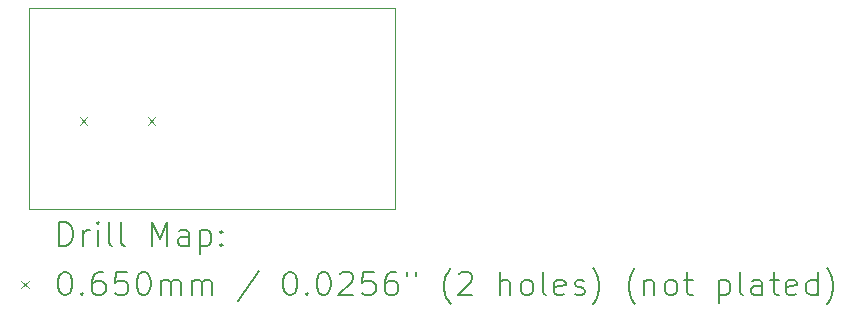
<source format=gbr>
%TF.GenerationSoftware,KiCad,Pcbnew,8.0.4-8.0.4-0~ubuntu22.04.1*%
%TF.CreationDate,2024-09-03T23:48:02+02:00*%
%TF.ProjectId,Powermeter,506f7765-726d-4657-9465-722e6b696361,rev?*%
%TF.SameCoordinates,Original*%
%TF.FileFunction,Drillmap*%
%TF.FilePolarity,Positive*%
%FSLAX45Y45*%
G04 Gerber Fmt 4.5, Leading zero omitted, Abs format (unit mm)*
G04 Created by KiCad (PCBNEW 8.0.4-8.0.4-0~ubuntu22.04.1) date 2024-09-03 23:48:02*
%MOMM*%
%LPD*%
G01*
G04 APERTURE LIST*
%ADD10C,0.050000*%
%ADD11C,0.200000*%
%ADD12C,0.100000*%
G04 APERTURE END LIST*
D10*
X4950000Y-4500000D02*
X8050000Y-4500000D01*
X8050000Y-6200000D01*
X4950000Y-6200000D01*
X4950000Y-4500000D01*
D11*
D12*
X5378500Y-5427500D02*
X5443500Y-5492500D01*
X5443500Y-5427500D02*
X5378500Y-5492500D01*
X5956500Y-5427500D02*
X6021500Y-5492500D01*
X6021500Y-5427500D02*
X5956500Y-5492500D01*
D11*
X5208277Y-6513984D02*
X5208277Y-6313984D01*
X5208277Y-6313984D02*
X5255896Y-6313984D01*
X5255896Y-6313984D02*
X5284467Y-6323508D01*
X5284467Y-6323508D02*
X5303515Y-6342555D01*
X5303515Y-6342555D02*
X5313039Y-6361603D01*
X5313039Y-6361603D02*
X5322563Y-6399698D01*
X5322563Y-6399698D02*
X5322563Y-6428269D01*
X5322563Y-6428269D02*
X5313039Y-6466365D01*
X5313039Y-6466365D02*
X5303515Y-6485412D01*
X5303515Y-6485412D02*
X5284467Y-6504460D01*
X5284467Y-6504460D02*
X5255896Y-6513984D01*
X5255896Y-6513984D02*
X5208277Y-6513984D01*
X5408277Y-6513984D02*
X5408277Y-6380650D01*
X5408277Y-6418746D02*
X5417801Y-6399698D01*
X5417801Y-6399698D02*
X5427324Y-6390174D01*
X5427324Y-6390174D02*
X5446372Y-6380650D01*
X5446372Y-6380650D02*
X5465420Y-6380650D01*
X5532086Y-6513984D02*
X5532086Y-6380650D01*
X5532086Y-6313984D02*
X5522563Y-6323508D01*
X5522563Y-6323508D02*
X5532086Y-6333031D01*
X5532086Y-6333031D02*
X5541610Y-6323508D01*
X5541610Y-6323508D02*
X5532086Y-6313984D01*
X5532086Y-6313984D02*
X5532086Y-6333031D01*
X5655896Y-6513984D02*
X5636848Y-6504460D01*
X5636848Y-6504460D02*
X5627324Y-6485412D01*
X5627324Y-6485412D02*
X5627324Y-6313984D01*
X5760658Y-6513984D02*
X5741610Y-6504460D01*
X5741610Y-6504460D02*
X5732086Y-6485412D01*
X5732086Y-6485412D02*
X5732086Y-6313984D01*
X5989229Y-6513984D02*
X5989229Y-6313984D01*
X5989229Y-6313984D02*
X6055896Y-6456841D01*
X6055896Y-6456841D02*
X6122562Y-6313984D01*
X6122562Y-6313984D02*
X6122562Y-6513984D01*
X6303515Y-6513984D02*
X6303515Y-6409222D01*
X6303515Y-6409222D02*
X6293991Y-6390174D01*
X6293991Y-6390174D02*
X6274943Y-6380650D01*
X6274943Y-6380650D02*
X6236848Y-6380650D01*
X6236848Y-6380650D02*
X6217801Y-6390174D01*
X6303515Y-6504460D02*
X6284467Y-6513984D01*
X6284467Y-6513984D02*
X6236848Y-6513984D01*
X6236848Y-6513984D02*
X6217801Y-6504460D01*
X6217801Y-6504460D02*
X6208277Y-6485412D01*
X6208277Y-6485412D02*
X6208277Y-6466365D01*
X6208277Y-6466365D02*
X6217801Y-6447317D01*
X6217801Y-6447317D02*
X6236848Y-6437793D01*
X6236848Y-6437793D02*
X6284467Y-6437793D01*
X6284467Y-6437793D02*
X6303515Y-6428269D01*
X6398753Y-6380650D02*
X6398753Y-6580650D01*
X6398753Y-6390174D02*
X6417801Y-6380650D01*
X6417801Y-6380650D02*
X6455896Y-6380650D01*
X6455896Y-6380650D02*
X6474943Y-6390174D01*
X6474943Y-6390174D02*
X6484467Y-6399698D01*
X6484467Y-6399698D02*
X6493991Y-6418746D01*
X6493991Y-6418746D02*
X6493991Y-6475888D01*
X6493991Y-6475888D02*
X6484467Y-6494936D01*
X6484467Y-6494936D02*
X6474943Y-6504460D01*
X6474943Y-6504460D02*
X6455896Y-6513984D01*
X6455896Y-6513984D02*
X6417801Y-6513984D01*
X6417801Y-6513984D02*
X6398753Y-6504460D01*
X6579705Y-6494936D02*
X6589229Y-6504460D01*
X6589229Y-6504460D02*
X6579705Y-6513984D01*
X6579705Y-6513984D02*
X6570182Y-6504460D01*
X6570182Y-6504460D02*
X6579705Y-6494936D01*
X6579705Y-6494936D02*
X6579705Y-6513984D01*
X6579705Y-6390174D02*
X6589229Y-6399698D01*
X6589229Y-6399698D02*
X6579705Y-6409222D01*
X6579705Y-6409222D02*
X6570182Y-6399698D01*
X6570182Y-6399698D02*
X6579705Y-6390174D01*
X6579705Y-6390174D02*
X6579705Y-6409222D01*
D12*
X4882500Y-6810000D02*
X4947500Y-6875000D01*
X4947500Y-6810000D02*
X4882500Y-6875000D01*
D11*
X5246372Y-6733984D02*
X5265420Y-6733984D01*
X5265420Y-6733984D02*
X5284467Y-6743508D01*
X5284467Y-6743508D02*
X5293991Y-6753031D01*
X5293991Y-6753031D02*
X5303515Y-6772079D01*
X5303515Y-6772079D02*
X5313039Y-6810174D01*
X5313039Y-6810174D02*
X5313039Y-6857793D01*
X5313039Y-6857793D02*
X5303515Y-6895888D01*
X5303515Y-6895888D02*
X5293991Y-6914936D01*
X5293991Y-6914936D02*
X5284467Y-6924460D01*
X5284467Y-6924460D02*
X5265420Y-6933984D01*
X5265420Y-6933984D02*
X5246372Y-6933984D01*
X5246372Y-6933984D02*
X5227324Y-6924460D01*
X5227324Y-6924460D02*
X5217801Y-6914936D01*
X5217801Y-6914936D02*
X5208277Y-6895888D01*
X5208277Y-6895888D02*
X5198753Y-6857793D01*
X5198753Y-6857793D02*
X5198753Y-6810174D01*
X5198753Y-6810174D02*
X5208277Y-6772079D01*
X5208277Y-6772079D02*
X5217801Y-6753031D01*
X5217801Y-6753031D02*
X5227324Y-6743508D01*
X5227324Y-6743508D02*
X5246372Y-6733984D01*
X5398753Y-6914936D02*
X5408277Y-6924460D01*
X5408277Y-6924460D02*
X5398753Y-6933984D01*
X5398753Y-6933984D02*
X5389229Y-6924460D01*
X5389229Y-6924460D02*
X5398753Y-6914936D01*
X5398753Y-6914936D02*
X5398753Y-6933984D01*
X5579705Y-6733984D02*
X5541610Y-6733984D01*
X5541610Y-6733984D02*
X5522563Y-6743508D01*
X5522563Y-6743508D02*
X5513039Y-6753031D01*
X5513039Y-6753031D02*
X5493991Y-6781603D01*
X5493991Y-6781603D02*
X5484467Y-6819698D01*
X5484467Y-6819698D02*
X5484467Y-6895888D01*
X5484467Y-6895888D02*
X5493991Y-6914936D01*
X5493991Y-6914936D02*
X5503515Y-6924460D01*
X5503515Y-6924460D02*
X5522563Y-6933984D01*
X5522563Y-6933984D02*
X5560658Y-6933984D01*
X5560658Y-6933984D02*
X5579705Y-6924460D01*
X5579705Y-6924460D02*
X5589229Y-6914936D01*
X5589229Y-6914936D02*
X5598753Y-6895888D01*
X5598753Y-6895888D02*
X5598753Y-6848269D01*
X5598753Y-6848269D02*
X5589229Y-6829222D01*
X5589229Y-6829222D02*
X5579705Y-6819698D01*
X5579705Y-6819698D02*
X5560658Y-6810174D01*
X5560658Y-6810174D02*
X5522563Y-6810174D01*
X5522563Y-6810174D02*
X5503515Y-6819698D01*
X5503515Y-6819698D02*
X5493991Y-6829222D01*
X5493991Y-6829222D02*
X5484467Y-6848269D01*
X5779705Y-6733984D02*
X5684467Y-6733984D01*
X5684467Y-6733984D02*
X5674943Y-6829222D01*
X5674943Y-6829222D02*
X5684467Y-6819698D01*
X5684467Y-6819698D02*
X5703515Y-6810174D01*
X5703515Y-6810174D02*
X5751134Y-6810174D01*
X5751134Y-6810174D02*
X5770182Y-6819698D01*
X5770182Y-6819698D02*
X5779705Y-6829222D01*
X5779705Y-6829222D02*
X5789229Y-6848269D01*
X5789229Y-6848269D02*
X5789229Y-6895888D01*
X5789229Y-6895888D02*
X5779705Y-6914936D01*
X5779705Y-6914936D02*
X5770182Y-6924460D01*
X5770182Y-6924460D02*
X5751134Y-6933984D01*
X5751134Y-6933984D02*
X5703515Y-6933984D01*
X5703515Y-6933984D02*
X5684467Y-6924460D01*
X5684467Y-6924460D02*
X5674943Y-6914936D01*
X5913039Y-6733984D02*
X5932086Y-6733984D01*
X5932086Y-6733984D02*
X5951134Y-6743508D01*
X5951134Y-6743508D02*
X5960658Y-6753031D01*
X5960658Y-6753031D02*
X5970182Y-6772079D01*
X5970182Y-6772079D02*
X5979705Y-6810174D01*
X5979705Y-6810174D02*
X5979705Y-6857793D01*
X5979705Y-6857793D02*
X5970182Y-6895888D01*
X5970182Y-6895888D02*
X5960658Y-6914936D01*
X5960658Y-6914936D02*
X5951134Y-6924460D01*
X5951134Y-6924460D02*
X5932086Y-6933984D01*
X5932086Y-6933984D02*
X5913039Y-6933984D01*
X5913039Y-6933984D02*
X5893991Y-6924460D01*
X5893991Y-6924460D02*
X5884467Y-6914936D01*
X5884467Y-6914936D02*
X5874943Y-6895888D01*
X5874943Y-6895888D02*
X5865420Y-6857793D01*
X5865420Y-6857793D02*
X5865420Y-6810174D01*
X5865420Y-6810174D02*
X5874943Y-6772079D01*
X5874943Y-6772079D02*
X5884467Y-6753031D01*
X5884467Y-6753031D02*
X5893991Y-6743508D01*
X5893991Y-6743508D02*
X5913039Y-6733984D01*
X6065420Y-6933984D02*
X6065420Y-6800650D01*
X6065420Y-6819698D02*
X6074943Y-6810174D01*
X6074943Y-6810174D02*
X6093991Y-6800650D01*
X6093991Y-6800650D02*
X6122563Y-6800650D01*
X6122563Y-6800650D02*
X6141610Y-6810174D01*
X6141610Y-6810174D02*
X6151134Y-6829222D01*
X6151134Y-6829222D02*
X6151134Y-6933984D01*
X6151134Y-6829222D02*
X6160658Y-6810174D01*
X6160658Y-6810174D02*
X6179705Y-6800650D01*
X6179705Y-6800650D02*
X6208277Y-6800650D01*
X6208277Y-6800650D02*
X6227324Y-6810174D01*
X6227324Y-6810174D02*
X6236848Y-6829222D01*
X6236848Y-6829222D02*
X6236848Y-6933984D01*
X6332086Y-6933984D02*
X6332086Y-6800650D01*
X6332086Y-6819698D02*
X6341610Y-6810174D01*
X6341610Y-6810174D02*
X6360658Y-6800650D01*
X6360658Y-6800650D02*
X6389229Y-6800650D01*
X6389229Y-6800650D02*
X6408277Y-6810174D01*
X6408277Y-6810174D02*
X6417801Y-6829222D01*
X6417801Y-6829222D02*
X6417801Y-6933984D01*
X6417801Y-6829222D02*
X6427324Y-6810174D01*
X6427324Y-6810174D02*
X6446372Y-6800650D01*
X6446372Y-6800650D02*
X6474943Y-6800650D01*
X6474943Y-6800650D02*
X6493991Y-6810174D01*
X6493991Y-6810174D02*
X6503515Y-6829222D01*
X6503515Y-6829222D02*
X6503515Y-6933984D01*
X6893991Y-6724460D02*
X6722563Y-6981603D01*
X7151134Y-6733984D02*
X7170182Y-6733984D01*
X7170182Y-6733984D02*
X7189229Y-6743508D01*
X7189229Y-6743508D02*
X7198753Y-6753031D01*
X7198753Y-6753031D02*
X7208277Y-6772079D01*
X7208277Y-6772079D02*
X7217801Y-6810174D01*
X7217801Y-6810174D02*
X7217801Y-6857793D01*
X7217801Y-6857793D02*
X7208277Y-6895888D01*
X7208277Y-6895888D02*
X7198753Y-6914936D01*
X7198753Y-6914936D02*
X7189229Y-6924460D01*
X7189229Y-6924460D02*
X7170182Y-6933984D01*
X7170182Y-6933984D02*
X7151134Y-6933984D01*
X7151134Y-6933984D02*
X7132086Y-6924460D01*
X7132086Y-6924460D02*
X7122563Y-6914936D01*
X7122563Y-6914936D02*
X7113039Y-6895888D01*
X7113039Y-6895888D02*
X7103515Y-6857793D01*
X7103515Y-6857793D02*
X7103515Y-6810174D01*
X7103515Y-6810174D02*
X7113039Y-6772079D01*
X7113039Y-6772079D02*
X7122563Y-6753031D01*
X7122563Y-6753031D02*
X7132086Y-6743508D01*
X7132086Y-6743508D02*
X7151134Y-6733984D01*
X7303515Y-6914936D02*
X7313039Y-6924460D01*
X7313039Y-6924460D02*
X7303515Y-6933984D01*
X7303515Y-6933984D02*
X7293991Y-6924460D01*
X7293991Y-6924460D02*
X7303515Y-6914936D01*
X7303515Y-6914936D02*
X7303515Y-6933984D01*
X7436848Y-6733984D02*
X7455896Y-6733984D01*
X7455896Y-6733984D02*
X7474944Y-6743508D01*
X7474944Y-6743508D02*
X7484467Y-6753031D01*
X7484467Y-6753031D02*
X7493991Y-6772079D01*
X7493991Y-6772079D02*
X7503515Y-6810174D01*
X7503515Y-6810174D02*
X7503515Y-6857793D01*
X7503515Y-6857793D02*
X7493991Y-6895888D01*
X7493991Y-6895888D02*
X7484467Y-6914936D01*
X7484467Y-6914936D02*
X7474944Y-6924460D01*
X7474944Y-6924460D02*
X7455896Y-6933984D01*
X7455896Y-6933984D02*
X7436848Y-6933984D01*
X7436848Y-6933984D02*
X7417801Y-6924460D01*
X7417801Y-6924460D02*
X7408277Y-6914936D01*
X7408277Y-6914936D02*
X7398753Y-6895888D01*
X7398753Y-6895888D02*
X7389229Y-6857793D01*
X7389229Y-6857793D02*
X7389229Y-6810174D01*
X7389229Y-6810174D02*
X7398753Y-6772079D01*
X7398753Y-6772079D02*
X7408277Y-6753031D01*
X7408277Y-6753031D02*
X7417801Y-6743508D01*
X7417801Y-6743508D02*
X7436848Y-6733984D01*
X7579706Y-6753031D02*
X7589229Y-6743508D01*
X7589229Y-6743508D02*
X7608277Y-6733984D01*
X7608277Y-6733984D02*
X7655896Y-6733984D01*
X7655896Y-6733984D02*
X7674944Y-6743508D01*
X7674944Y-6743508D02*
X7684467Y-6753031D01*
X7684467Y-6753031D02*
X7693991Y-6772079D01*
X7693991Y-6772079D02*
X7693991Y-6791127D01*
X7693991Y-6791127D02*
X7684467Y-6819698D01*
X7684467Y-6819698D02*
X7570182Y-6933984D01*
X7570182Y-6933984D02*
X7693991Y-6933984D01*
X7874944Y-6733984D02*
X7779706Y-6733984D01*
X7779706Y-6733984D02*
X7770182Y-6829222D01*
X7770182Y-6829222D02*
X7779706Y-6819698D01*
X7779706Y-6819698D02*
X7798753Y-6810174D01*
X7798753Y-6810174D02*
X7846372Y-6810174D01*
X7846372Y-6810174D02*
X7865420Y-6819698D01*
X7865420Y-6819698D02*
X7874944Y-6829222D01*
X7874944Y-6829222D02*
X7884467Y-6848269D01*
X7884467Y-6848269D02*
X7884467Y-6895888D01*
X7884467Y-6895888D02*
X7874944Y-6914936D01*
X7874944Y-6914936D02*
X7865420Y-6924460D01*
X7865420Y-6924460D02*
X7846372Y-6933984D01*
X7846372Y-6933984D02*
X7798753Y-6933984D01*
X7798753Y-6933984D02*
X7779706Y-6924460D01*
X7779706Y-6924460D02*
X7770182Y-6914936D01*
X8055896Y-6733984D02*
X8017801Y-6733984D01*
X8017801Y-6733984D02*
X7998753Y-6743508D01*
X7998753Y-6743508D02*
X7989229Y-6753031D01*
X7989229Y-6753031D02*
X7970182Y-6781603D01*
X7970182Y-6781603D02*
X7960658Y-6819698D01*
X7960658Y-6819698D02*
X7960658Y-6895888D01*
X7960658Y-6895888D02*
X7970182Y-6914936D01*
X7970182Y-6914936D02*
X7979706Y-6924460D01*
X7979706Y-6924460D02*
X7998753Y-6933984D01*
X7998753Y-6933984D02*
X8036848Y-6933984D01*
X8036848Y-6933984D02*
X8055896Y-6924460D01*
X8055896Y-6924460D02*
X8065420Y-6914936D01*
X8065420Y-6914936D02*
X8074944Y-6895888D01*
X8074944Y-6895888D02*
X8074944Y-6848269D01*
X8074944Y-6848269D02*
X8065420Y-6829222D01*
X8065420Y-6829222D02*
X8055896Y-6819698D01*
X8055896Y-6819698D02*
X8036848Y-6810174D01*
X8036848Y-6810174D02*
X7998753Y-6810174D01*
X7998753Y-6810174D02*
X7979706Y-6819698D01*
X7979706Y-6819698D02*
X7970182Y-6829222D01*
X7970182Y-6829222D02*
X7960658Y-6848269D01*
X8151134Y-6733984D02*
X8151134Y-6772079D01*
X8227325Y-6733984D02*
X8227325Y-6772079D01*
X8522563Y-7010174D02*
X8513039Y-7000650D01*
X8513039Y-7000650D02*
X8493991Y-6972079D01*
X8493991Y-6972079D02*
X8484468Y-6953031D01*
X8484468Y-6953031D02*
X8474944Y-6924460D01*
X8474944Y-6924460D02*
X8465420Y-6876841D01*
X8465420Y-6876841D02*
X8465420Y-6838746D01*
X8465420Y-6838746D02*
X8474944Y-6791127D01*
X8474944Y-6791127D02*
X8484468Y-6762555D01*
X8484468Y-6762555D02*
X8493991Y-6743508D01*
X8493991Y-6743508D02*
X8513039Y-6714936D01*
X8513039Y-6714936D02*
X8522563Y-6705412D01*
X8589230Y-6753031D02*
X8598753Y-6743508D01*
X8598753Y-6743508D02*
X8617801Y-6733984D01*
X8617801Y-6733984D02*
X8665420Y-6733984D01*
X8665420Y-6733984D02*
X8684468Y-6743508D01*
X8684468Y-6743508D02*
X8693991Y-6753031D01*
X8693991Y-6753031D02*
X8703515Y-6772079D01*
X8703515Y-6772079D02*
X8703515Y-6791127D01*
X8703515Y-6791127D02*
X8693991Y-6819698D01*
X8693991Y-6819698D02*
X8579706Y-6933984D01*
X8579706Y-6933984D02*
X8703515Y-6933984D01*
X8941611Y-6933984D02*
X8941611Y-6733984D01*
X9027325Y-6933984D02*
X9027325Y-6829222D01*
X9027325Y-6829222D02*
X9017801Y-6810174D01*
X9017801Y-6810174D02*
X8998753Y-6800650D01*
X8998753Y-6800650D02*
X8970182Y-6800650D01*
X8970182Y-6800650D02*
X8951134Y-6810174D01*
X8951134Y-6810174D02*
X8941611Y-6819698D01*
X9151134Y-6933984D02*
X9132087Y-6924460D01*
X9132087Y-6924460D02*
X9122563Y-6914936D01*
X9122563Y-6914936D02*
X9113039Y-6895888D01*
X9113039Y-6895888D02*
X9113039Y-6838746D01*
X9113039Y-6838746D02*
X9122563Y-6819698D01*
X9122563Y-6819698D02*
X9132087Y-6810174D01*
X9132087Y-6810174D02*
X9151134Y-6800650D01*
X9151134Y-6800650D02*
X9179706Y-6800650D01*
X9179706Y-6800650D02*
X9198753Y-6810174D01*
X9198753Y-6810174D02*
X9208277Y-6819698D01*
X9208277Y-6819698D02*
X9217801Y-6838746D01*
X9217801Y-6838746D02*
X9217801Y-6895888D01*
X9217801Y-6895888D02*
X9208277Y-6914936D01*
X9208277Y-6914936D02*
X9198753Y-6924460D01*
X9198753Y-6924460D02*
X9179706Y-6933984D01*
X9179706Y-6933984D02*
X9151134Y-6933984D01*
X9332087Y-6933984D02*
X9313039Y-6924460D01*
X9313039Y-6924460D02*
X9303515Y-6905412D01*
X9303515Y-6905412D02*
X9303515Y-6733984D01*
X9484468Y-6924460D02*
X9465420Y-6933984D01*
X9465420Y-6933984D02*
X9427325Y-6933984D01*
X9427325Y-6933984D02*
X9408277Y-6924460D01*
X9408277Y-6924460D02*
X9398753Y-6905412D01*
X9398753Y-6905412D02*
X9398753Y-6829222D01*
X9398753Y-6829222D02*
X9408277Y-6810174D01*
X9408277Y-6810174D02*
X9427325Y-6800650D01*
X9427325Y-6800650D02*
X9465420Y-6800650D01*
X9465420Y-6800650D02*
X9484468Y-6810174D01*
X9484468Y-6810174D02*
X9493992Y-6829222D01*
X9493992Y-6829222D02*
X9493992Y-6848269D01*
X9493992Y-6848269D02*
X9398753Y-6867317D01*
X9570182Y-6924460D02*
X9589230Y-6933984D01*
X9589230Y-6933984D02*
X9627325Y-6933984D01*
X9627325Y-6933984D02*
X9646373Y-6924460D01*
X9646373Y-6924460D02*
X9655896Y-6905412D01*
X9655896Y-6905412D02*
X9655896Y-6895888D01*
X9655896Y-6895888D02*
X9646373Y-6876841D01*
X9646373Y-6876841D02*
X9627325Y-6867317D01*
X9627325Y-6867317D02*
X9598753Y-6867317D01*
X9598753Y-6867317D02*
X9579706Y-6857793D01*
X9579706Y-6857793D02*
X9570182Y-6838746D01*
X9570182Y-6838746D02*
X9570182Y-6829222D01*
X9570182Y-6829222D02*
X9579706Y-6810174D01*
X9579706Y-6810174D02*
X9598753Y-6800650D01*
X9598753Y-6800650D02*
X9627325Y-6800650D01*
X9627325Y-6800650D02*
X9646373Y-6810174D01*
X9722563Y-7010174D02*
X9732087Y-7000650D01*
X9732087Y-7000650D02*
X9751134Y-6972079D01*
X9751134Y-6972079D02*
X9760658Y-6953031D01*
X9760658Y-6953031D02*
X9770182Y-6924460D01*
X9770182Y-6924460D02*
X9779706Y-6876841D01*
X9779706Y-6876841D02*
X9779706Y-6838746D01*
X9779706Y-6838746D02*
X9770182Y-6791127D01*
X9770182Y-6791127D02*
X9760658Y-6762555D01*
X9760658Y-6762555D02*
X9751134Y-6743508D01*
X9751134Y-6743508D02*
X9732087Y-6714936D01*
X9732087Y-6714936D02*
X9722563Y-6705412D01*
X10084468Y-7010174D02*
X10074944Y-7000650D01*
X10074944Y-7000650D02*
X10055896Y-6972079D01*
X10055896Y-6972079D02*
X10046373Y-6953031D01*
X10046373Y-6953031D02*
X10036849Y-6924460D01*
X10036849Y-6924460D02*
X10027325Y-6876841D01*
X10027325Y-6876841D02*
X10027325Y-6838746D01*
X10027325Y-6838746D02*
X10036849Y-6791127D01*
X10036849Y-6791127D02*
X10046373Y-6762555D01*
X10046373Y-6762555D02*
X10055896Y-6743508D01*
X10055896Y-6743508D02*
X10074944Y-6714936D01*
X10074944Y-6714936D02*
X10084468Y-6705412D01*
X10160658Y-6800650D02*
X10160658Y-6933984D01*
X10160658Y-6819698D02*
X10170182Y-6810174D01*
X10170182Y-6810174D02*
X10189230Y-6800650D01*
X10189230Y-6800650D02*
X10217801Y-6800650D01*
X10217801Y-6800650D02*
X10236849Y-6810174D01*
X10236849Y-6810174D02*
X10246373Y-6829222D01*
X10246373Y-6829222D02*
X10246373Y-6933984D01*
X10370182Y-6933984D02*
X10351134Y-6924460D01*
X10351134Y-6924460D02*
X10341611Y-6914936D01*
X10341611Y-6914936D02*
X10332087Y-6895888D01*
X10332087Y-6895888D02*
X10332087Y-6838746D01*
X10332087Y-6838746D02*
X10341611Y-6819698D01*
X10341611Y-6819698D02*
X10351134Y-6810174D01*
X10351134Y-6810174D02*
X10370182Y-6800650D01*
X10370182Y-6800650D02*
X10398754Y-6800650D01*
X10398754Y-6800650D02*
X10417801Y-6810174D01*
X10417801Y-6810174D02*
X10427325Y-6819698D01*
X10427325Y-6819698D02*
X10436849Y-6838746D01*
X10436849Y-6838746D02*
X10436849Y-6895888D01*
X10436849Y-6895888D02*
X10427325Y-6914936D01*
X10427325Y-6914936D02*
X10417801Y-6924460D01*
X10417801Y-6924460D02*
X10398754Y-6933984D01*
X10398754Y-6933984D02*
X10370182Y-6933984D01*
X10493992Y-6800650D02*
X10570182Y-6800650D01*
X10522563Y-6733984D02*
X10522563Y-6905412D01*
X10522563Y-6905412D02*
X10532087Y-6924460D01*
X10532087Y-6924460D02*
X10551134Y-6933984D01*
X10551134Y-6933984D02*
X10570182Y-6933984D01*
X10789230Y-6800650D02*
X10789230Y-7000650D01*
X10789230Y-6810174D02*
X10808277Y-6800650D01*
X10808277Y-6800650D02*
X10846373Y-6800650D01*
X10846373Y-6800650D02*
X10865420Y-6810174D01*
X10865420Y-6810174D02*
X10874944Y-6819698D01*
X10874944Y-6819698D02*
X10884468Y-6838746D01*
X10884468Y-6838746D02*
X10884468Y-6895888D01*
X10884468Y-6895888D02*
X10874944Y-6914936D01*
X10874944Y-6914936D02*
X10865420Y-6924460D01*
X10865420Y-6924460D02*
X10846373Y-6933984D01*
X10846373Y-6933984D02*
X10808277Y-6933984D01*
X10808277Y-6933984D02*
X10789230Y-6924460D01*
X10998754Y-6933984D02*
X10979706Y-6924460D01*
X10979706Y-6924460D02*
X10970182Y-6905412D01*
X10970182Y-6905412D02*
X10970182Y-6733984D01*
X11160658Y-6933984D02*
X11160658Y-6829222D01*
X11160658Y-6829222D02*
X11151135Y-6810174D01*
X11151135Y-6810174D02*
X11132087Y-6800650D01*
X11132087Y-6800650D02*
X11093992Y-6800650D01*
X11093992Y-6800650D02*
X11074944Y-6810174D01*
X11160658Y-6924460D02*
X11141611Y-6933984D01*
X11141611Y-6933984D02*
X11093992Y-6933984D01*
X11093992Y-6933984D02*
X11074944Y-6924460D01*
X11074944Y-6924460D02*
X11065420Y-6905412D01*
X11065420Y-6905412D02*
X11065420Y-6886365D01*
X11065420Y-6886365D02*
X11074944Y-6867317D01*
X11074944Y-6867317D02*
X11093992Y-6857793D01*
X11093992Y-6857793D02*
X11141611Y-6857793D01*
X11141611Y-6857793D02*
X11160658Y-6848269D01*
X11227325Y-6800650D02*
X11303515Y-6800650D01*
X11255896Y-6733984D02*
X11255896Y-6905412D01*
X11255896Y-6905412D02*
X11265420Y-6924460D01*
X11265420Y-6924460D02*
X11284468Y-6933984D01*
X11284468Y-6933984D02*
X11303515Y-6933984D01*
X11446373Y-6924460D02*
X11427325Y-6933984D01*
X11427325Y-6933984D02*
X11389230Y-6933984D01*
X11389230Y-6933984D02*
X11370182Y-6924460D01*
X11370182Y-6924460D02*
X11360658Y-6905412D01*
X11360658Y-6905412D02*
X11360658Y-6829222D01*
X11360658Y-6829222D02*
X11370182Y-6810174D01*
X11370182Y-6810174D02*
X11389230Y-6800650D01*
X11389230Y-6800650D02*
X11427325Y-6800650D01*
X11427325Y-6800650D02*
X11446373Y-6810174D01*
X11446373Y-6810174D02*
X11455896Y-6829222D01*
X11455896Y-6829222D02*
X11455896Y-6848269D01*
X11455896Y-6848269D02*
X11360658Y-6867317D01*
X11627325Y-6933984D02*
X11627325Y-6733984D01*
X11627325Y-6924460D02*
X11608277Y-6933984D01*
X11608277Y-6933984D02*
X11570182Y-6933984D01*
X11570182Y-6933984D02*
X11551134Y-6924460D01*
X11551134Y-6924460D02*
X11541611Y-6914936D01*
X11541611Y-6914936D02*
X11532087Y-6895888D01*
X11532087Y-6895888D02*
X11532087Y-6838746D01*
X11532087Y-6838746D02*
X11541611Y-6819698D01*
X11541611Y-6819698D02*
X11551134Y-6810174D01*
X11551134Y-6810174D02*
X11570182Y-6800650D01*
X11570182Y-6800650D02*
X11608277Y-6800650D01*
X11608277Y-6800650D02*
X11627325Y-6810174D01*
X11703515Y-7010174D02*
X11713039Y-7000650D01*
X11713039Y-7000650D02*
X11732087Y-6972079D01*
X11732087Y-6972079D02*
X11741611Y-6953031D01*
X11741611Y-6953031D02*
X11751134Y-6924460D01*
X11751134Y-6924460D02*
X11760658Y-6876841D01*
X11760658Y-6876841D02*
X11760658Y-6838746D01*
X11760658Y-6838746D02*
X11751134Y-6791127D01*
X11751134Y-6791127D02*
X11741611Y-6762555D01*
X11741611Y-6762555D02*
X11732087Y-6743508D01*
X11732087Y-6743508D02*
X11713039Y-6714936D01*
X11713039Y-6714936D02*
X11703515Y-6705412D01*
M02*

</source>
